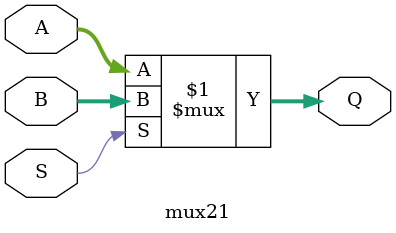
<source format=sv>
module mux21(A, B, Q, S);

   input logic[26:0] A, B;
   input logic S;
   output logic [26:0] Q;

   assign Q = S ? B : A;

endmodule // mux21

   

</source>
